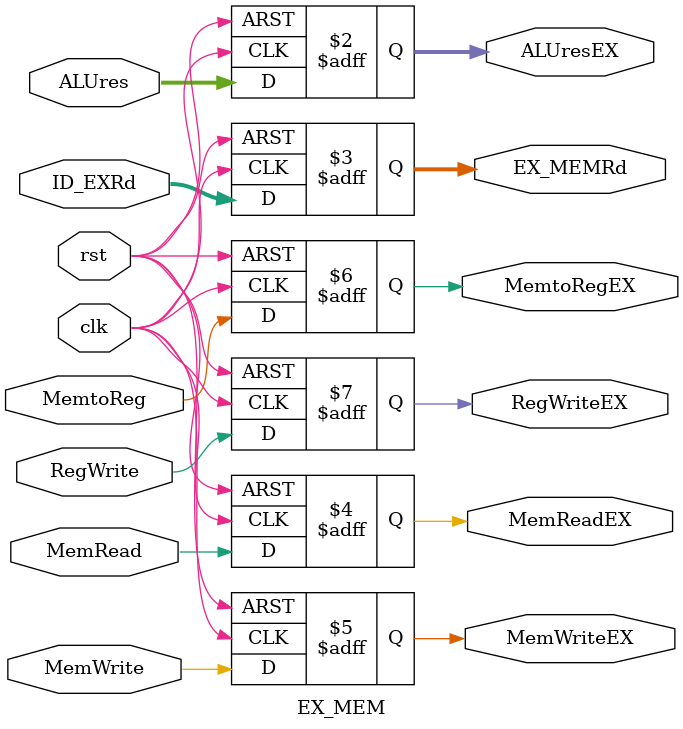
<source format=v>
`timescale 1ns / 1ps


module EX_MEM(clk,rst,ALUres,ID_EXRd,MemRead,MemWrite,MemtoReg,RegWrite,ALUresEX,EX_MEMRd,MemReadEX,MemWriteEX,MemtoRegEX,RegWriteEX);
input [31:0] ALUres;
input [3:0] ID_EXRd;
output reg [31:0] ALUresEX;
output reg [3:0] EX_MEMRd;
input clk,rst;
input MemRead,MemWrite,MemtoReg,RegWrite;
output reg MemReadEX,MemWriteEX,MemtoRegEX,RegWriteEX;


always@(posedge clk or posedge rst)
begin
    if(rst)
    begin
        ALUresEX<=0;
        EX_MEMRd<=0;
        MemReadEX<=0;
        MemWriteEX<=0;
        MemtoRegEX<=0;
        RegWriteEX<=0;
    end
    else
        begin;
        ALUresEX<=ALUres;
        EX_MEMRd<=ID_EXRd;
        MemReadEX<=MemRead;
        MemWriteEX<=MemWrite;
        MemtoRegEX<=MemtoReg;
        RegWriteEX<=RegWrite;
        end
end

endmodule

</source>
